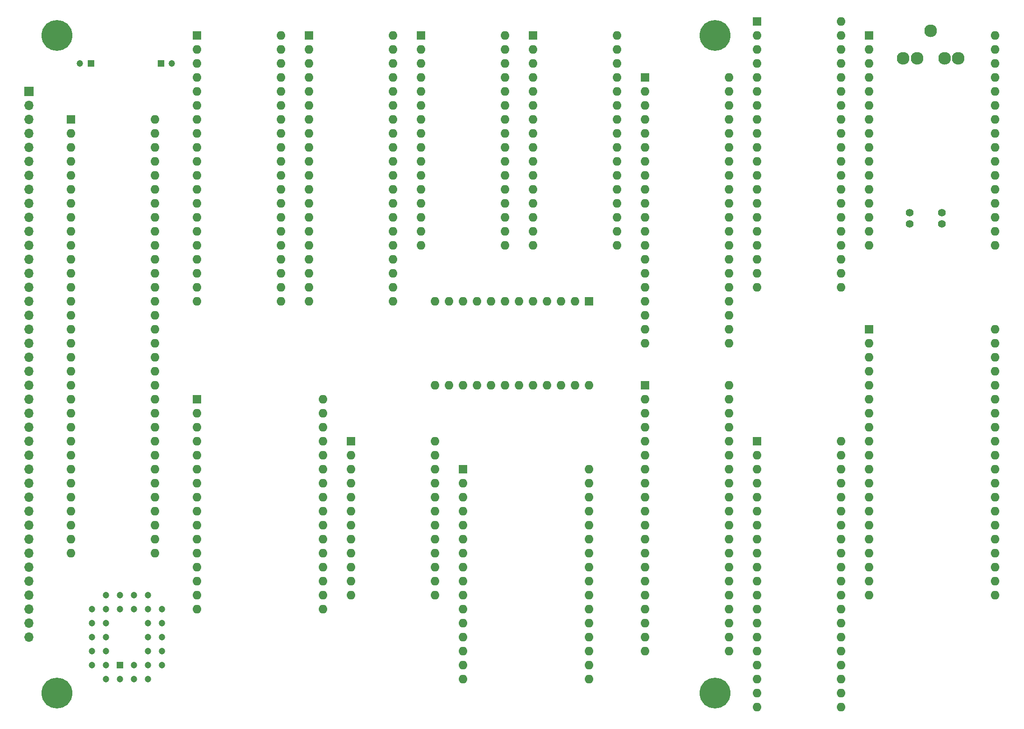
<source format=gbr>
%TF.GenerationSoftware,KiCad,Pcbnew,7.0.5*%
%TF.CreationDate,2023-12-16T11:17:31+02:00*%
%TF.ProjectId,Sound Board,536f756e-6420-4426-9f61-72642e6b6963,rev?*%
%TF.SameCoordinates,Original*%
%TF.FileFunction,Soldermask,Bot*%
%TF.FilePolarity,Negative*%
%FSLAX46Y46*%
G04 Gerber Fmt 4.6, Leading zero omitted, Abs format (unit mm)*
G04 Created by KiCad (PCBNEW 7.0.5) date 2023-12-16 11:17:31*
%MOMM*%
%LPD*%
G01*
G04 APERTURE LIST*
%ADD10R,1.600000X1.600000*%
%ADD11O,1.600000X1.600000*%
%ADD12C,5.600000*%
%ADD13C,2.300000*%
%ADD14C,1.400000*%
%ADD15R,1.200000X1.200000*%
%ADD16C,1.200000*%
%ADD17R,1.700000X1.700000*%
%ADD18O,1.700000X1.700000*%
G04 APERTURE END LIST*
D10*
%TO.C,B13*%
X104140000Y-114300000D03*
D11*
X104140000Y-116840000D03*
X104140000Y-119380000D03*
X104140000Y-121920000D03*
X104140000Y-124460000D03*
X104140000Y-127000000D03*
X104140000Y-129540000D03*
X104140000Y-132080000D03*
X104140000Y-134620000D03*
X104140000Y-137160000D03*
X104140000Y-139700000D03*
X104140000Y-142240000D03*
X104140000Y-144780000D03*
X104140000Y-147320000D03*
X104140000Y-149860000D03*
X104140000Y-152400000D03*
X127000000Y-152400000D03*
X127000000Y-149860000D03*
X127000000Y-147320000D03*
X127000000Y-144780000D03*
X127000000Y-142240000D03*
X127000000Y-139700000D03*
X127000000Y-137160000D03*
X127000000Y-134620000D03*
X127000000Y-132080000D03*
X127000000Y-129540000D03*
X127000000Y-127000000D03*
X127000000Y-124460000D03*
X127000000Y-121920000D03*
X127000000Y-119380000D03*
X127000000Y-116840000D03*
X127000000Y-114300000D03*
%TD*%
D12*
%TO.C,H4*%
X149860000Y-35560000D03*
%TD*%
D10*
%TO.C,B6*%
X157480000Y-109220000D03*
D11*
X157480000Y-111760000D03*
X157480000Y-114300000D03*
X157480000Y-116840000D03*
X157480000Y-119380000D03*
X157480000Y-121920000D03*
X157480000Y-124460000D03*
X157480000Y-127000000D03*
X157480000Y-129540000D03*
X157480000Y-132080000D03*
X157480000Y-134620000D03*
X157480000Y-137160000D03*
X157480000Y-139700000D03*
X157480000Y-142240000D03*
X157480000Y-144780000D03*
X157480000Y-147320000D03*
X157480000Y-149860000D03*
X157480000Y-152400000D03*
X157480000Y-154940000D03*
X157480000Y-157480000D03*
X172720000Y-157480000D03*
X172720000Y-154940000D03*
X172720000Y-152400000D03*
X172720000Y-149860000D03*
X172720000Y-147320000D03*
X172720000Y-144780000D03*
X172720000Y-142240000D03*
X172720000Y-139700000D03*
X172720000Y-137160000D03*
X172720000Y-134620000D03*
X172720000Y-132080000D03*
X172720000Y-129540000D03*
X172720000Y-127000000D03*
X172720000Y-124460000D03*
X172720000Y-121920000D03*
X172720000Y-119380000D03*
X172720000Y-116840000D03*
X172720000Y-114300000D03*
X172720000Y-111760000D03*
X172720000Y-109220000D03*
%TD*%
D10*
%TO.C,B16*%
X33020000Y-50800000D03*
D11*
X33020000Y-53340000D03*
X33020000Y-55880000D03*
X33020000Y-58420000D03*
X33020000Y-60960000D03*
X33020000Y-63500000D03*
X33020000Y-66040000D03*
X33020000Y-68580000D03*
X33020000Y-71120000D03*
X33020000Y-73660000D03*
X33020000Y-76200000D03*
X33020000Y-78740000D03*
X33020000Y-81280000D03*
X33020000Y-83820000D03*
X33020000Y-86360000D03*
X33020000Y-88900000D03*
X33020000Y-91440000D03*
X33020000Y-93980000D03*
X33020000Y-96520000D03*
X33020000Y-99060000D03*
X33020000Y-101600000D03*
X33020000Y-104140000D03*
X33020000Y-106680000D03*
X33020000Y-109220000D03*
X33020000Y-111760000D03*
X33020000Y-114300000D03*
X33020000Y-116840000D03*
X33020000Y-119380000D03*
X33020000Y-121920000D03*
X33020000Y-124460000D03*
X33020000Y-127000000D03*
X33020000Y-129540000D03*
X48260000Y-129540000D03*
X48260000Y-127000000D03*
X48260000Y-124460000D03*
X48260000Y-121920000D03*
X48260000Y-119380000D03*
X48260000Y-116840000D03*
X48260000Y-114300000D03*
X48260000Y-111760000D03*
X48260000Y-109220000D03*
X48260000Y-106680000D03*
X48260000Y-104140000D03*
X48260000Y-101600000D03*
X48260000Y-99060000D03*
X48260000Y-96520000D03*
X48260000Y-93980000D03*
X48260000Y-91440000D03*
X48260000Y-88900000D03*
X48260000Y-86360000D03*
X48260000Y-83820000D03*
X48260000Y-81280000D03*
X48260000Y-78740000D03*
X48260000Y-76200000D03*
X48260000Y-73660000D03*
X48260000Y-71120000D03*
X48260000Y-68580000D03*
X48260000Y-66040000D03*
X48260000Y-63500000D03*
X48260000Y-60960000D03*
X48260000Y-58420000D03*
X48260000Y-55880000D03*
X48260000Y-53340000D03*
X48260000Y-50800000D03*
%TD*%
D10*
%TO.C,B2*%
X76200000Y-35560000D03*
D11*
X76200000Y-38100000D03*
X76200000Y-40640000D03*
X76200000Y-43180000D03*
X76200000Y-45720000D03*
X76200000Y-48260000D03*
X76200000Y-50800000D03*
X76200000Y-53340000D03*
X76200000Y-55880000D03*
X76200000Y-58420000D03*
X76200000Y-60960000D03*
X76200000Y-63500000D03*
X76200000Y-66040000D03*
X76200000Y-68580000D03*
X76200000Y-71120000D03*
X76200000Y-73660000D03*
X76200000Y-76200000D03*
X76200000Y-78740000D03*
X76200000Y-81280000D03*
X76200000Y-83820000D03*
X91440000Y-83820000D03*
X91440000Y-81280000D03*
X91440000Y-78740000D03*
X91440000Y-76200000D03*
X91440000Y-73660000D03*
X91440000Y-71120000D03*
X91440000Y-68580000D03*
X91440000Y-66040000D03*
X91440000Y-63500000D03*
X91440000Y-60960000D03*
X91440000Y-58420000D03*
X91440000Y-55880000D03*
X91440000Y-53340000D03*
X91440000Y-50800000D03*
X91440000Y-48260000D03*
X91440000Y-45720000D03*
X91440000Y-43180000D03*
X91440000Y-40640000D03*
X91440000Y-38100000D03*
X91440000Y-35560000D03*
%TD*%
D10*
%TO.C,B10*%
X83820000Y-109220000D03*
D11*
X83820000Y-111760000D03*
X83820000Y-114300000D03*
X83820000Y-116840000D03*
X83820000Y-119380000D03*
X83820000Y-121920000D03*
X83820000Y-124460000D03*
X83820000Y-127000000D03*
X83820000Y-129540000D03*
X83820000Y-132080000D03*
X83820000Y-134620000D03*
X83820000Y-137160000D03*
X99060000Y-137160000D03*
X99060000Y-134620000D03*
X99060000Y-132080000D03*
X99060000Y-129540000D03*
X99060000Y-127000000D03*
X99060000Y-124460000D03*
X99060000Y-121920000D03*
X99060000Y-119380000D03*
X99060000Y-116840000D03*
X99060000Y-114300000D03*
X99060000Y-111760000D03*
X99060000Y-109220000D03*
%TD*%
D13*
%TO.C,B9*%
X183976000Y-39679000D03*
D14*
X185166000Y-67723000D03*
X185166000Y-69723000D03*
D13*
X186476000Y-39679000D03*
X188976000Y-34679000D03*
D14*
X191008000Y-67723000D03*
X191008000Y-69723000D03*
D13*
X191476000Y-39679000D03*
X193976000Y-39679000D03*
D10*
X177800000Y-35560000D03*
D11*
X177800000Y-38100000D03*
X177800000Y-40640000D03*
X177800000Y-43180000D03*
X177800000Y-45720000D03*
X177800000Y-48260000D03*
X177800000Y-50800000D03*
X177800000Y-53340000D03*
X177800000Y-55880000D03*
X177800000Y-58420000D03*
X177800000Y-60960000D03*
X177800000Y-63500000D03*
X177800000Y-66040000D03*
X177800000Y-68580000D03*
X177800000Y-71120000D03*
X177800000Y-73660000D03*
X200660000Y-73660000D03*
X200660000Y-71120000D03*
X200660000Y-68580000D03*
X200660000Y-66040000D03*
X200660000Y-63500000D03*
X200660000Y-60960000D03*
X200660000Y-58420000D03*
X200660000Y-55880000D03*
X200660000Y-53340000D03*
X200660000Y-50800000D03*
X200660000Y-48260000D03*
X200660000Y-45720000D03*
X200660000Y-43180000D03*
X200660000Y-40640000D03*
X200660000Y-38100000D03*
X200660000Y-35560000D03*
%TD*%
D10*
%TO.C,B8*%
X55880000Y-101600000D03*
D11*
X55880000Y-104140000D03*
X55880000Y-106680000D03*
X55880000Y-109220000D03*
X55880000Y-111760000D03*
X55880000Y-114300000D03*
X55880000Y-116840000D03*
X55880000Y-119380000D03*
X55880000Y-121920000D03*
X55880000Y-124460000D03*
X55880000Y-127000000D03*
X55880000Y-129540000D03*
X55880000Y-132080000D03*
X55880000Y-134620000D03*
X55880000Y-137160000D03*
X55880000Y-139700000D03*
X78740000Y-139700000D03*
X78740000Y-137160000D03*
X78740000Y-134620000D03*
X78740000Y-132080000D03*
X78740000Y-129540000D03*
X78740000Y-127000000D03*
X78740000Y-124460000D03*
X78740000Y-121920000D03*
X78740000Y-119380000D03*
X78740000Y-116840000D03*
X78740000Y-114300000D03*
X78740000Y-111760000D03*
X78740000Y-109220000D03*
X78740000Y-106680000D03*
X78740000Y-104140000D03*
X78740000Y-101600000D03*
%TD*%
D15*
%TO.C,C4*%
X49308000Y-40640000D03*
D16*
X51308000Y-40640000D03*
%TD*%
D10*
%TO.C,B1*%
X177800000Y-88900000D03*
D11*
X177800000Y-91440000D03*
X177800000Y-93980000D03*
X177800000Y-96520000D03*
X177800000Y-99060000D03*
X177800000Y-101600000D03*
X177800000Y-104140000D03*
X177800000Y-106680000D03*
X177800000Y-109220000D03*
X177800000Y-111760000D03*
X177800000Y-114300000D03*
X177800000Y-116840000D03*
X177800000Y-119380000D03*
X177800000Y-121920000D03*
X177800000Y-124460000D03*
X177800000Y-127000000D03*
X177800000Y-129540000D03*
X177800000Y-132080000D03*
X177800000Y-134620000D03*
X177800000Y-137160000D03*
X200660000Y-137160000D03*
X200660000Y-134620000D03*
X200660000Y-132080000D03*
X200660000Y-129540000D03*
X200660000Y-127000000D03*
X200660000Y-124460000D03*
X200660000Y-121920000D03*
X200660000Y-119380000D03*
X200660000Y-116840000D03*
X200660000Y-114300000D03*
X200660000Y-111760000D03*
X200660000Y-109220000D03*
X200660000Y-106680000D03*
X200660000Y-104140000D03*
X200660000Y-101600000D03*
X200660000Y-99060000D03*
X200660000Y-96520000D03*
X200660000Y-93980000D03*
X200660000Y-91440000D03*
X200660000Y-88900000D03*
%TD*%
D10*
%TO.C,B3*%
X137160000Y-43180000D03*
D11*
X137160000Y-45720000D03*
X137160000Y-48260000D03*
X137160000Y-50800000D03*
X137160000Y-53340000D03*
X137160000Y-55880000D03*
X137160000Y-58420000D03*
X137160000Y-60960000D03*
X137160000Y-63500000D03*
X137160000Y-66040000D03*
X137160000Y-68580000D03*
X137160000Y-71120000D03*
X137160000Y-73660000D03*
X137160000Y-76200000D03*
X137160000Y-78740000D03*
X137160000Y-81280000D03*
X137160000Y-83820000D03*
X137160000Y-86360000D03*
X137160000Y-88900000D03*
X137160000Y-91440000D03*
X152400000Y-91440000D03*
X152400000Y-88900000D03*
X152400000Y-86360000D03*
X152400000Y-83820000D03*
X152400000Y-81280000D03*
X152400000Y-78740000D03*
X152400000Y-76200000D03*
X152400000Y-73660000D03*
X152400000Y-71120000D03*
X152400000Y-68580000D03*
X152400000Y-66040000D03*
X152400000Y-63500000D03*
X152400000Y-60960000D03*
X152400000Y-58420000D03*
X152400000Y-55880000D03*
X152400000Y-53340000D03*
X152400000Y-50800000D03*
X152400000Y-48260000D03*
X152400000Y-45720000D03*
X152400000Y-43180000D03*
%TD*%
D10*
%TO.C,B15*%
X116840000Y-35560000D03*
D11*
X116840000Y-38100000D03*
X116840000Y-40640000D03*
X116840000Y-43180000D03*
X116840000Y-45720000D03*
X116840000Y-48260000D03*
X116840000Y-50800000D03*
X116840000Y-53340000D03*
X116840000Y-55880000D03*
X116840000Y-58420000D03*
X116840000Y-60960000D03*
X116840000Y-63500000D03*
X116840000Y-66040000D03*
X116840000Y-68580000D03*
X116840000Y-71120000D03*
X116840000Y-73660000D03*
X132080000Y-73660000D03*
X132080000Y-71120000D03*
X132080000Y-68580000D03*
X132080000Y-66040000D03*
X132080000Y-63500000D03*
X132080000Y-60960000D03*
X132080000Y-58420000D03*
X132080000Y-55880000D03*
X132080000Y-53340000D03*
X132080000Y-50800000D03*
X132080000Y-48260000D03*
X132080000Y-45720000D03*
X132080000Y-43180000D03*
X132080000Y-40640000D03*
X132080000Y-38100000D03*
X132080000Y-35560000D03*
%TD*%
D10*
%TO.C,B12*%
X127000000Y-83820000D03*
D11*
X124460000Y-83820000D03*
X121920000Y-83820000D03*
X119380000Y-83820000D03*
X116840000Y-83820000D03*
X114300000Y-83820000D03*
X111760000Y-83820000D03*
X109220000Y-83820000D03*
X106680000Y-83820000D03*
X104140000Y-83820000D03*
X101600000Y-83820000D03*
X99060000Y-83820000D03*
X99060000Y-99060000D03*
X101600000Y-99060000D03*
X104140000Y-99060000D03*
X106680000Y-99060000D03*
X109220000Y-99060000D03*
X111760000Y-99060000D03*
X114300000Y-99060000D03*
X116840000Y-99060000D03*
X119380000Y-99060000D03*
X121920000Y-99060000D03*
X124460000Y-99060000D03*
X127000000Y-99060000D03*
%TD*%
D10*
%TO.C,B7*%
X55880000Y-35560000D03*
D11*
X55880000Y-38100000D03*
X55880000Y-40640000D03*
X55880000Y-43180000D03*
X55880000Y-45720000D03*
X55880000Y-48260000D03*
X55880000Y-50800000D03*
X55880000Y-53340000D03*
X55880000Y-55880000D03*
X55880000Y-58420000D03*
X55880000Y-60960000D03*
X55880000Y-63500000D03*
X55880000Y-66040000D03*
X55880000Y-68580000D03*
X55880000Y-71120000D03*
X55880000Y-73660000D03*
X55880000Y-76200000D03*
X55880000Y-78740000D03*
X55880000Y-81280000D03*
X55880000Y-83820000D03*
X71120000Y-83820000D03*
X71120000Y-81280000D03*
X71120000Y-78740000D03*
X71120000Y-76200000D03*
X71120000Y-73660000D03*
X71120000Y-71120000D03*
X71120000Y-68580000D03*
X71120000Y-66040000D03*
X71120000Y-63500000D03*
X71120000Y-60960000D03*
X71120000Y-58420000D03*
X71120000Y-55880000D03*
X71120000Y-53340000D03*
X71120000Y-50800000D03*
X71120000Y-48260000D03*
X71120000Y-45720000D03*
X71120000Y-43180000D03*
X71120000Y-40640000D03*
X71120000Y-38100000D03*
X71120000Y-35560000D03*
%TD*%
D10*
%TO.C,B11*%
X96520000Y-35560000D03*
D11*
X96520000Y-38100000D03*
X96520000Y-40640000D03*
X96520000Y-43180000D03*
X96520000Y-45720000D03*
X96520000Y-48260000D03*
X96520000Y-50800000D03*
X96520000Y-53340000D03*
X96520000Y-55880000D03*
X96520000Y-58420000D03*
X96520000Y-60960000D03*
X96520000Y-63500000D03*
X96520000Y-66040000D03*
X96520000Y-68580000D03*
X96520000Y-71120000D03*
X96520000Y-73660000D03*
X111760000Y-73660000D03*
X111760000Y-71120000D03*
X111760000Y-68580000D03*
X111760000Y-66040000D03*
X111760000Y-63500000D03*
X111760000Y-60960000D03*
X111760000Y-58420000D03*
X111760000Y-55880000D03*
X111760000Y-53340000D03*
X111760000Y-50800000D03*
X111760000Y-48260000D03*
X111760000Y-45720000D03*
X111760000Y-43180000D03*
X111760000Y-40640000D03*
X111760000Y-38100000D03*
X111760000Y-35560000D03*
%TD*%
D10*
%TO.C,B4*%
X157480000Y-33020000D03*
D11*
X157480000Y-35560000D03*
X157480000Y-38100000D03*
X157480000Y-40640000D03*
X157480000Y-43180000D03*
X157480000Y-45720000D03*
X157480000Y-48260000D03*
X157480000Y-50800000D03*
X157480000Y-53340000D03*
X157480000Y-55880000D03*
X157480000Y-58420000D03*
X157480000Y-60960000D03*
X157480000Y-63500000D03*
X157480000Y-66040000D03*
X157480000Y-68580000D03*
X157480000Y-71120000D03*
X157480000Y-73660000D03*
X157480000Y-76200000D03*
X157480000Y-78740000D03*
X157480000Y-81280000D03*
X172720000Y-81280000D03*
X172720000Y-78740000D03*
X172720000Y-76200000D03*
X172720000Y-73660000D03*
X172720000Y-71120000D03*
X172720000Y-68580000D03*
X172720000Y-66040000D03*
X172720000Y-63500000D03*
X172720000Y-60960000D03*
X172720000Y-58420000D03*
X172720000Y-55880000D03*
X172720000Y-53340000D03*
X172720000Y-50800000D03*
X172720000Y-48260000D03*
X172720000Y-45720000D03*
X172720000Y-43180000D03*
X172720000Y-40640000D03*
X172720000Y-38100000D03*
X172720000Y-35560000D03*
X172720000Y-33020000D03*
%TD*%
D15*
%TO.C,C3*%
X36608000Y-40640000D03*
D16*
X34608000Y-40640000D03*
%TD*%
D15*
%TO.C,IC1*%
X41910000Y-149860000D03*
D16*
X44450000Y-152400000D03*
X44450000Y-149860000D03*
X46990000Y-152400000D03*
X49530000Y-149860000D03*
X46990000Y-149860000D03*
X49530000Y-147320000D03*
X46990000Y-147320000D03*
X49530000Y-144780000D03*
X46990000Y-144780000D03*
X49530000Y-142240000D03*
X46990000Y-142240000D03*
X49530000Y-139700000D03*
X46990000Y-137160000D03*
X46990000Y-139700000D03*
X44450000Y-137160000D03*
X44450000Y-139700000D03*
X41910000Y-137160000D03*
X41910000Y-139700000D03*
X39370000Y-137160000D03*
X36830000Y-139700000D03*
X39370000Y-139700000D03*
X36830000Y-142240000D03*
X39370000Y-142240000D03*
X36830000Y-144780000D03*
X39370000Y-144780000D03*
X36830000Y-147320000D03*
X39370000Y-147320000D03*
X36830000Y-149860000D03*
X39370000Y-152400000D03*
X39370000Y-149860000D03*
X41910000Y-152400000D03*
%TD*%
D10*
%TO.C,B5*%
X137160000Y-99060000D03*
D11*
X137160000Y-101600000D03*
X137160000Y-104140000D03*
X137160000Y-106680000D03*
X137160000Y-109220000D03*
X137160000Y-111760000D03*
X137160000Y-114300000D03*
X137160000Y-116840000D03*
X137160000Y-119380000D03*
X137160000Y-121920000D03*
X137160000Y-124460000D03*
X137160000Y-127000000D03*
X137160000Y-129540000D03*
X137160000Y-132080000D03*
X137160000Y-134620000D03*
X137160000Y-137160000D03*
X137160000Y-139700000D03*
X137160000Y-142240000D03*
X137160000Y-144780000D03*
X137160000Y-147320000D03*
X152400000Y-147320000D03*
X152400000Y-144780000D03*
X152400000Y-142240000D03*
X152400000Y-139700000D03*
X152400000Y-137160000D03*
X152400000Y-134620000D03*
X152400000Y-132080000D03*
X152400000Y-129540000D03*
X152400000Y-127000000D03*
X152400000Y-124460000D03*
X152400000Y-121920000D03*
X152400000Y-119380000D03*
X152400000Y-116840000D03*
X152400000Y-114300000D03*
X152400000Y-111760000D03*
X152400000Y-109220000D03*
X152400000Y-106680000D03*
X152400000Y-104140000D03*
X152400000Y-101600000D03*
X152400000Y-99060000D03*
%TD*%
D12*
%TO.C,H2*%
X30480000Y-154940000D03*
%TD*%
%TO.C,H3*%
X149860000Y-154940000D03*
%TD*%
%TO.C,H1*%
X30480000Y-35560000D03*
%TD*%
D17*
%TO.C,J1*%
X25400000Y-45720000D03*
D18*
X25400000Y-48260000D03*
X25400000Y-50800000D03*
X25400000Y-53340000D03*
X25400000Y-55880000D03*
X25400000Y-58420000D03*
X25400000Y-60960000D03*
X25400000Y-63500000D03*
X25400000Y-66040000D03*
X25400000Y-68580000D03*
X25400000Y-71120000D03*
X25400000Y-73660000D03*
X25400000Y-76200000D03*
X25400000Y-78740000D03*
X25400000Y-81280000D03*
X25400000Y-83820000D03*
X25400000Y-86360000D03*
X25400000Y-88900000D03*
X25400000Y-91440000D03*
X25400000Y-93980000D03*
X25400000Y-96520000D03*
X25400000Y-99060000D03*
X25400000Y-101600000D03*
X25400000Y-104140000D03*
X25400000Y-106680000D03*
X25400000Y-109220000D03*
X25400000Y-111760000D03*
X25400000Y-114300000D03*
X25400000Y-116840000D03*
X25400000Y-119380000D03*
X25400000Y-121920000D03*
X25400000Y-124460000D03*
X25400000Y-127000000D03*
X25400000Y-129540000D03*
X25400000Y-132080000D03*
X25400000Y-134620000D03*
X25400000Y-137160000D03*
X25400000Y-139700000D03*
X25400000Y-142240000D03*
X25400000Y-144780000D03*
%TD*%
M02*

</source>
